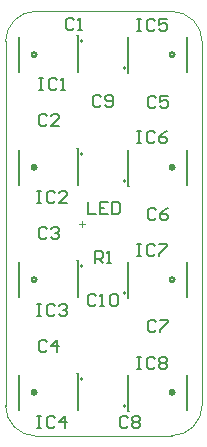
<source format=gto>
G04 Layer_Color=65535*
%FSLAX24Y24*%
%MOIN*%
G70*
G01*
G75*
%ADD10C,0.0100*%
%ADD15C,0.0040*%
%ADD22C,0.0050*%
%ADD23C,0.0060*%
G36*
X4159Y4550D02*
X4041D01*
Y4668D01*
X4159Y4550D01*
D02*
G37*
G36*
X2459Y5732D02*
X2341Y5850D01*
X2459D01*
Y5732D01*
D02*
G37*
G36*
X4159Y800D02*
X4041D01*
Y918D01*
X4159Y800D01*
D02*
G37*
G36*
X2459Y1982D02*
X2341Y2100D01*
X2459D01*
Y1982D01*
D02*
G37*
G36*
X4159Y12050D02*
X4041D01*
Y12168D01*
X4159Y12050D01*
D02*
G37*
G36*
X2459Y13232D02*
X2341Y13350D01*
X2459D01*
Y13232D01*
D02*
G37*
G36*
X4159Y8300D02*
X4041D01*
Y8418D01*
X4159Y8300D01*
D02*
G37*
G36*
X2459Y9482D02*
X2341Y9600D01*
X2459D01*
Y9482D01*
D02*
G37*
D10*
X5621Y1450D02*
G03*
X5621Y1450I-71J0D01*
G01*
Y5200D02*
G03*
X5621Y5200I-71J0D01*
G01*
Y8950D02*
G03*
X5621Y8950I-71J0D01*
G01*
Y12700D02*
G03*
X5621Y12700I-71J0D01*
G01*
X1021Y1450D02*
G03*
X1021Y1450I-71J0D01*
G01*
Y5200D02*
G03*
X1021Y5200I-71J0D01*
G01*
Y8950D02*
G03*
X1021Y8950I-71J0D01*
G01*
Y12700D02*
G03*
X1021Y12700I-71J0D01*
G01*
D15*
X4013Y1001D02*
G03*
X4013Y1001I-50J0D01*
G01*
Y4751D02*
G03*
X4013Y4751I-50J0D01*
G01*
Y8501D02*
G03*
X4013Y8501I-50J0D01*
G01*
Y12251D02*
G03*
X4013Y12251I-50J0D01*
G01*
X2587Y1899D02*
G03*
X2587Y1899I-50J0D01*
G01*
Y5649D02*
G03*
X2587Y5649I-50J0D01*
G01*
Y9399D02*
G03*
X2587Y9399I-50J0D01*
G01*
Y13149D02*
G03*
X2587Y13149I-50J0D01*
G01*
X2450Y7060D02*
X2650D01*
X2550Y6960D02*
Y7160D01*
X288Y13845D02*
G03*
X0Y13150I695J-695D01*
G01*
X1012Y14150D02*
G03*
X296Y13854I0J-1012D01*
G01*
X6262Y13845D02*
G03*
X5527Y14150I-735J-735D01*
G01*
X6550Y13150D02*
G03*
X6262Y13845I-984J0D01*
G01*
X6254Y296D02*
G03*
X6550Y1012I-715J715D01*
G01*
X5538Y0D02*
G03*
X6254Y296I0J1012D01*
G01*
X301Y285D02*
G03*
X990Y0I689J689D01*
G01*
X0Y1001D02*
G03*
X293Y293I1001J0D01*
G01*
X0Y2060D02*
Y13150D01*
X288Y13845D02*
X296Y13854D01*
X1012Y14150D02*
X5527D01*
X6550Y1012D02*
Y13150D01*
X990Y0D02*
X5538D01*
X293Y293D02*
X301Y285D01*
X0Y1001D02*
Y2060D01*
D22*
X6062Y859D02*
Y2041D01*
X4093Y859D02*
Y2041D01*
X6062Y4609D02*
Y5791D01*
X4093Y4609D02*
Y5791D01*
X6062Y8359D02*
Y9541D01*
X4093Y8359D02*
Y9541D01*
X6062Y12109D02*
Y13291D01*
X4093Y12109D02*
Y13291D01*
X438Y859D02*
Y2041D01*
X2407Y859D02*
Y2041D01*
X438Y4609D02*
Y5791D01*
X2407Y4609D02*
Y5791D01*
X438Y8359D02*
Y9541D01*
X2407Y8359D02*
Y9541D01*
X438Y12109D02*
Y13291D01*
X2407Y12109D02*
Y13291D01*
D23*
X3177Y11293D02*
X3110Y11360D01*
X2977D01*
X2910Y11293D01*
Y11027D01*
X2977Y10960D01*
X3110D01*
X3177Y11027D01*
X3310D02*
X3377Y10960D01*
X3510D01*
X3576Y11027D01*
Y11293D01*
X3510Y11360D01*
X3377D01*
X3310Y11293D01*
Y11227D01*
X3377Y11160D01*
X3576D01*
X3017Y4653D02*
X2950Y4720D01*
X2817D01*
X2750Y4653D01*
Y4387D01*
X2817Y4320D01*
X2950D01*
X3017Y4387D01*
X3150Y4320D02*
X3283D01*
X3217D01*
Y4720D01*
X3150Y4653D01*
X3483D02*
X3550Y4720D01*
X3683D01*
X3750Y4653D01*
Y4387D01*
X3683Y4320D01*
X3550D01*
X3483Y4387D01*
Y4653D01*
X4097Y583D02*
X4030Y650D01*
X3897D01*
X3830Y583D01*
Y317D01*
X3897Y250D01*
X4030D01*
X4097Y317D01*
X4230Y583D02*
X4297Y650D01*
X4430D01*
X4496Y583D01*
Y517D01*
X4430Y450D01*
X4496Y383D01*
Y317D01*
X4430Y250D01*
X4297D01*
X4230Y317D01*
Y383D01*
X4297Y450D01*
X4230Y517D01*
Y583D01*
X4297Y450D02*
X4430D01*
X5007Y7536D02*
X4940Y7603D01*
X4807D01*
X4740Y7536D01*
Y7270D01*
X4807Y7203D01*
X4940D01*
X5007Y7270D01*
X5406Y7603D02*
X5273Y7536D01*
X5140Y7403D01*
Y7270D01*
X5207Y7203D01*
X5340D01*
X5406Y7270D01*
Y7336D01*
X5340Y7403D01*
X5140D01*
X4390Y10147D02*
X4523D01*
X4457D01*
Y9747D01*
X4390D01*
X4523D01*
X4990Y10080D02*
X4923Y10147D01*
X4790D01*
X4723Y10080D01*
Y9813D01*
X4790Y9747D01*
X4923D01*
X4990Y9813D01*
X5390Y10147D02*
X5256Y10080D01*
X5123Y9947D01*
Y9813D01*
X5190Y9747D01*
X5323D01*
X5390Y9813D01*
Y9880D01*
X5323Y9947D01*
X5123D01*
X5007Y11273D02*
X4940Y11340D01*
X4807D01*
X4740Y11273D01*
Y11007D01*
X4807Y10940D01*
X4940D01*
X5007Y11007D01*
X5406Y11340D02*
X5140D01*
Y11140D01*
X5273Y11207D01*
X5340D01*
X5406Y11140D01*
Y11007D01*
X5340Y10940D01*
X5207D01*
X5140Y11007D01*
X4390Y13900D02*
X4523D01*
X4457D01*
Y13500D01*
X4390D01*
X4523D01*
X4990Y13833D02*
X4923Y13900D01*
X4790D01*
X4723Y13833D01*
Y13567D01*
X4790Y13500D01*
X4923D01*
X4990Y13567D01*
X5390Y13900D02*
X5123D01*
Y13700D01*
X5256Y13767D01*
X5323D01*
X5390Y13700D01*
Y13567D01*
X5323Y13500D01*
X5190D01*
X5123Y13567D01*
X1367Y10653D02*
X1300Y10720D01*
X1167D01*
X1100Y10653D01*
Y10387D01*
X1167Y10320D01*
X1300D01*
X1367Y10387D01*
X1766Y10320D02*
X1500D01*
X1766Y10587D01*
Y10653D01*
X1700Y10720D01*
X1567D01*
X1500Y10653D01*
X2287Y13843D02*
X2220Y13910D01*
X2087D01*
X2020Y13843D01*
Y13577D01*
X2087Y13510D01*
X2220D01*
X2287Y13577D01*
X2420Y13510D02*
X2553D01*
X2487D01*
Y13910D01*
X2420Y13843D01*
X2750Y7790D02*
Y7390D01*
X3017D01*
X3416Y7790D02*
X3150D01*
Y7390D01*
X3416D01*
X3150Y7590D02*
X3283D01*
X3550Y7790D02*
Y7390D01*
X3750D01*
X3816Y7457D01*
Y7723D01*
X3750Y7790D01*
X3550D01*
X2980Y5770D02*
Y6170D01*
X3180D01*
X3247Y6103D01*
Y5970D01*
X3180Y5903D01*
X2980D01*
X3113D02*
X3247Y5770D01*
X3380D02*
X3513D01*
X3447D01*
Y6170D01*
X3380Y6103D01*
X4390Y6393D02*
X4523D01*
X4457D01*
Y5993D01*
X4390D01*
X4523D01*
X4990Y6327D02*
X4923Y6393D01*
X4790D01*
X4723Y6327D01*
Y6060D01*
X4790Y5993D01*
X4923D01*
X4990Y6060D01*
X5123Y6393D02*
X5390D01*
Y6327D01*
X5123Y6060D01*
Y5993D01*
X4390Y2640D02*
X4523D01*
X4457D01*
Y2240D01*
X4390D01*
X4523D01*
X4990Y2573D02*
X4923Y2640D01*
X4790D01*
X4723Y2573D01*
Y2307D01*
X4790Y2240D01*
X4923D01*
X4990Y2307D01*
X5123Y2573D02*
X5190Y2640D01*
X5323D01*
X5390Y2573D01*
Y2507D01*
X5323Y2440D01*
X5390Y2373D01*
Y2307D01*
X5323Y2240D01*
X5190D01*
X5123Y2307D01*
Y2373D01*
X5190Y2440D01*
X5123Y2507D01*
Y2573D01*
X5190Y2440D02*
X5323D01*
X1367Y3133D02*
X1300Y3200D01*
X1167D01*
X1100Y3133D01*
Y2867D01*
X1167Y2800D01*
X1300D01*
X1367Y2867D01*
X1700Y2800D02*
Y3200D01*
X1500Y3000D01*
X1766D01*
X1040Y650D02*
X1173D01*
X1107D01*
Y250D01*
X1040D01*
X1173D01*
X1640Y583D02*
X1573Y650D01*
X1440D01*
X1373Y583D01*
Y317D01*
X1440Y250D01*
X1573D01*
X1640Y317D01*
X1973Y250D02*
Y650D01*
X1773Y450D01*
X2040D01*
X1040Y4403D02*
X1173D01*
X1107D01*
Y4003D01*
X1040D01*
X1173D01*
X1640Y4337D02*
X1573Y4403D01*
X1440D01*
X1373Y4337D01*
Y4070D01*
X1440Y4003D01*
X1573D01*
X1640Y4070D01*
X1773Y4337D02*
X1840Y4403D01*
X1973D01*
X2040Y4337D01*
Y4270D01*
X1973Y4203D01*
X1906D01*
X1973D01*
X2040Y4137D01*
Y4070D01*
X1973Y4003D01*
X1840D01*
X1773Y4070D01*
X1040Y8157D02*
X1173D01*
X1107D01*
Y7757D01*
X1040D01*
X1173D01*
X1640Y8090D02*
X1573Y8157D01*
X1440D01*
X1373Y8090D01*
Y7823D01*
X1440Y7757D01*
X1573D01*
X1640Y7823D01*
X2040Y7757D02*
X1773D01*
X2040Y8023D01*
Y8090D01*
X1973Y8157D01*
X1840D01*
X1773Y8090D01*
X1107Y11910D02*
X1240D01*
X1173D01*
Y11510D01*
X1107D01*
X1240D01*
X1706Y11843D02*
X1640Y11910D01*
X1507D01*
X1440Y11843D01*
Y11577D01*
X1507Y11510D01*
X1640D01*
X1706Y11577D01*
X1840Y11510D02*
X1973D01*
X1906D01*
Y11910D01*
X1840Y11843D01*
X1367Y6893D02*
X1300Y6960D01*
X1167D01*
X1100Y6893D01*
Y6627D01*
X1167Y6560D01*
X1300D01*
X1367Y6627D01*
X1500Y6893D02*
X1567Y6960D01*
X1700D01*
X1766Y6893D01*
Y6827D01*
X1700Y6760D01*
X1633D01*
X1700D01*
X1766Y6693D01*
Y6627D01*
X1700Y6560D01*
X1567D01*
X1500Y6627D01*
X5007Y3791D02*
X4940Y3858D01*
X4807D01*
X4740Y3791D01*
Y3525D01*
X4807Y3458D01*
X4940D01*
X5007Y3525D01*
X5140Y3858D02*
X5406D01*
Y3791D01*
X5140Y3525D01*
Y3458D01*
M02*

</source>
